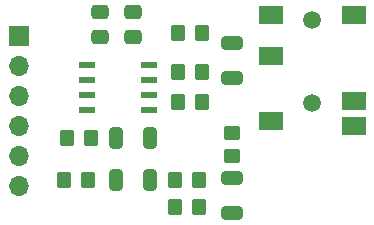
<source format=gbr>
%TF.GenerationSoftware,KiCad,Pcbnew,(6.0.7)*%
%TF.CreationDate,2023-03-19T22:57:20-05:00*%
%TF.ProjectId,CS4334wHeadphoneJack,43533433-3334-4774-9865-616470686f6e,rev?*%
%TF.SameCoordinates,Original*%
%TF.FileFunction,Soldermask,Top*%
%TF.FilePolarity,Negative*%
%FSLAX46Y46*%
G04 Gerber Fmt 4.6, Leading zero omitted, Abs format (unit mm)*
G04 Created by KiCad (PCBNEW (6.0.7)) date 2023-03-19 22:57:20*
%MOMM*%
%LPD*%
G01*
G04 APERTURE LIST*
G04 Aperture macros list*
%AMRoundRect*
0 Rectangle with rounded corners*
0 $1 Rounding radius*
0 $2 $3 $4 $5 $6 $7 $8 $9 X,Y pos of 4 corners*
0 Add a 4 corners polygon primitive as box body*
4,1,4,$2,$3,$4,$5,$6,$7,$8,$9,$2,$3,0*
0 Add four circle primitives for the rounded corners*
1,1,$1+$1,$2,$3*
1,1,$1+$1,$4,$5*
1,1,$1+$1,$6,$7*
1,1,$1+$1,$8,$9*
0 Add four rect primitives between the rounded corners*
20,1,$1+$1,$2,$3,$4,$5,0*
20,1,$1+$1,$4,$5,$6,$7,0*
20,1,$1+$1,$6,$7,$8,$9,0*
20,1,$1+$1,$8,$9,$2,$3,0*%
G04 Aperture macros list end*
%ADD10RoundRect,0.250000X0.650000X-0.325000X0.650000X0.325000X-0.650000X0.325000X-0.650000X-0.325000X0*%
%ADD11RoundRect,0.250000X-0.650000X0.325000X-0.650000X-0.325000X0.650000X-0.325000X0.650000X0.325000X0*%
%ADD12RoundRect,0.250000X-0.325000X-0.650000X0.325000X-0.650000X0.325000X0.650000X-0.325000X0.650000X0*%
%ADD13RoundRect,0.250000X0.350000X0.450000X-0.350000X0.450000X-0.350000X-0.450000X0.350000X-0.450000X0*%
%ADD14RoundRect,0.250000X-0.350000X-0.450000X0.350000X-0.450000X0.350000X0.450000X-0.350000X0.450000X0*%
%ADD15RoundRect,0.250000X0.450000X-0.350000X0.450000X0.350000X-0.450000X0.350000X-0.450000X-0.350000X0*%
%ADD16C,1.498600*%
%ADD17R,2.006600X1.498600*%
%ADD18RoundRect,0.250000X0.475000X-0.337500X0.475000X0.337500X-0.475000X0.337500X-0.475000X-0.337500X0*%
%ADD19R,1.397000X0.558800*%
%ADD20R,1.700000X1.700000*%
%ADD21O,1.700000X1.700000*%
G04 APERTURE END LIST*
D10*
%TO.C,C4*%
X172974000Y-100027000D03*
X172974000Y-97077000D03*
%TD*%
D11*
%TO.C,C3*%
X172974000Y-108507000D03*
X172974000Y-111457000D03*
%TD*%
D12*
%TO.C,C2*%
X163117000Y-105156000D03*
X166067000Y-105156000D03*
%TD*%
%TO.C,C1*%
X163117000Y-108712000D03*
X166067000Y-108712000D03*
%TD*%
D13*
%TO.C,R1*%
X160766000Y-108712000D03*
X158766000Y-108712000D03*
%TD*%
%TO.C,R8*%
X170418000Y-96266000D03*
X168418000Y-96266000D03*
%TD*%
D14*
%TO.C,R4*%
X168418000Y-102108000D03*
X170418000Y-102108000D03*
%TD*%
%TO.C,R6*%
X168418000Y-99568000D03*
X170418000Y-99568000D03*
%TD*%
D15*
%TO.C,R7*%
X172974000Y-106664000D03*
X172974000Y-104664000D03*
%TD*%
D16*
%TO.C,J2*%
X179786001Y-102146501D03*
X179786001Y-95146500D03*
D17*
X176286000Y-94746499D03*
X183286001Y-94746499D03*
X176286000Y-98146500D03*
X183286001Y-101946500D03*
X183286001Y-104146501D03*
X176286000Y-103646501D03*
%TD*%
D18*
%TO.C,C6*%
X164592000Y-96541500D03*
X164592000Y-94466500D03*
%TD*%
D19*
%TO.C,U1*%
X160667700Y-98933000D03*
X160667700Y-100203000D03*
X160667700Y-101473000D03*
X160667700Y-102743000D03*
X165976300Y-102743000D03*
X165976300Y-101473000D03*
X165976300Y-100203000D03*
X165976300Y-98933000D03*
%TD*%
D14*
%TO.C,R3*%
X168164000Y-110998000D03*
X170164000Y-110998000D03*
%TD*%
D18*
%TO.C,C5*%
X161798000Y-96541500D03*
X161798000Y-94466500D03*
%TD*%
D14*
%TO.C,R5*%
X168164000Y-108712000D03*
X170164000Y-108712000D03*
%TD*%
D20*
%TO.C,J1*%
X154940000Y-96520000D03*
D21*
X154940000Y-99060000D03*
X154940000Y-101600000D03*
X154940000Y-104140000D03*
X154940000Y-106680000D03*
X154940000Y-109220000D03*
%TD*%
D13*
%TO.C,R2*%
X161020000Y-105156000D03*
X159020000Y-105156000D03*
%TD*%
M02*

</source>
